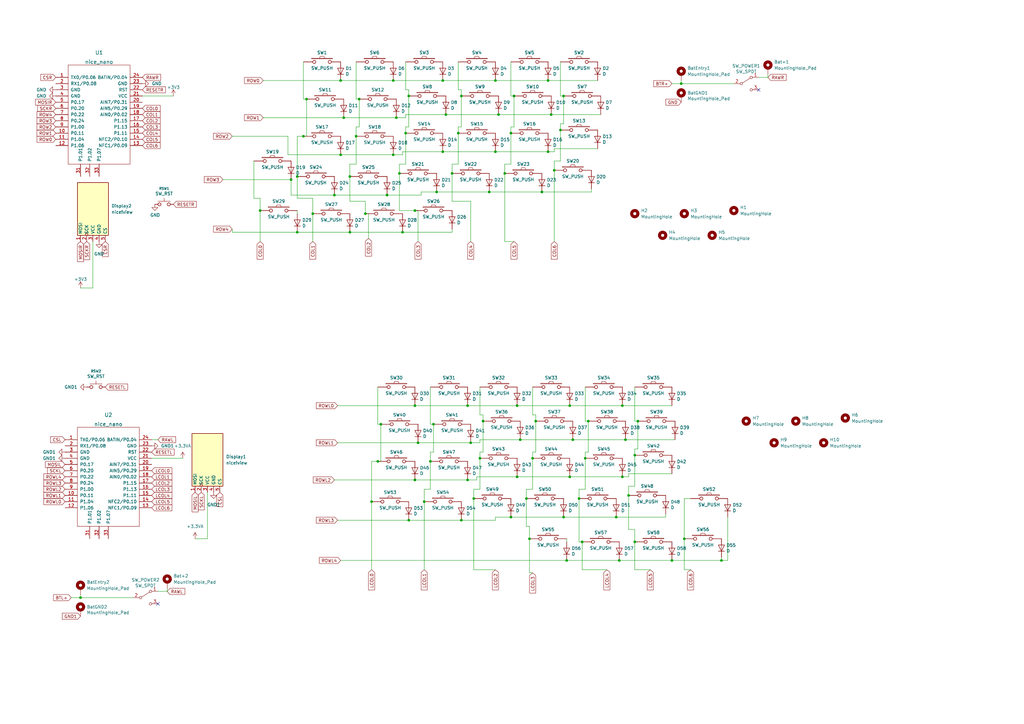
<source format=kicad_sch>
(kicad_sch (version 20211123) (generator eeschema)
  (paper "A3")
  (junction (at 161.29 63.5))
  (junction (at 255.27 166.37))
  (junction (at 170.18 166.37))
  (junction (at 232.41 229.87))
  (junction (at 128.27 87.63))
  (junction (at 163.83 71.12))
  (junction (at 198.12 172.72))
  (junction (at 124.46 55.88))
  (junction (at 173.99 205.74))
  (junction (at 119.38 73.66))
  (junction (at 217.17 220.98))
  (junction (at 233.68 166.37))
  (junction (at 252.73 212.09))
  (junction (at 161.29 33.02))
  (junction (at 143.51 72.39))
  (junction (at 146.05 55.88))
  (junction (at 167.64 213.36))
  (junction (at 240.03 187.96))
  (junction (at 162.56 48.26))
  (junction (at 200.66 78.74))
  (junction (at 224.79 33.02))
  (junction (at 233.68 195.58))
  (junction (at 166.37 54.61))
  (junction (at 260.35 186.69))
  (junction (at 165.1 95.25))
  (junction (at 106.68 86.36))
  (junction (at 176.53 189.23))
  (junction (at 167.64 39.37))
  (junction (at 295.91 229.87))
  (junction (at 213.36 180.34))
  (junction (at 147.32 40.64))
  (junction (at 137.16 80.01))
  (junction (at 181.61 33.02))
  (junction (at 158.75 80.01))
  (junction (at 275.59 229.87))
  (junction (at 257.81 203.2))
  (junction (at 279.4 34.29))
  (junction (at 209.55 54.61))
  (junction (at 193.04 181.61))
  (junction (at 237.49 204.47))
  (junction (at 143.51 95.25))
  (junction (at 182.88 46.99))
  (junction (at 121.92 95.25))
  (junction (at 256.54 180.34))
  (junction (at 212.09 166.37))
  (junction (at 261.62 172.72))
  (junction (at 254 229.87))
  (junction (at 229.87 53.34))
  (junction (at 227.33 69.85))
  (junction (at 187.96 54.61))
  (junction (at 189.23 213.36))
  (junction (at 177.8 173.99))
  (junction (at 210.82 39.37))
  (junction (at 280.67 220.98))
  (junction (at 234.95 180.34))
  (junction (at 222.25 78.74))
  (junction (at 139.7 63.5))
  (junction (at 140.97 48.26))
  (junction (at 171.45 181.61))
  (junction (at 149.86 87.63))
  (junction (at 219.71 172.72))
  (junction (at 154.94 189.23))
  (junction (at 241.3 172.72))
  (junction (at 260.35 222.25))
  (junction (at 203.2 62.23))
  (junction (at 33.02 245.11))
  (junction (at 209.55 212.09))
  (junction (at 152.4 205.74))
  (junction (at 226.06 46.99))
  (junction (at 212.09 195.58))
  (junction (at 204.47 46.99))
  (junction (at 231.14 39.37))
  (junction (at 207.01 71.12))
  (junction (at 238.76 222.25))
  (junction (at 191.77 196.85))
  (junction (at 156.21 173.99))
  (junction (at 121.92 72.39))
  (junction (at 189.23 39.37))
  (junction (at 194.31 204.47))
  (junction (at 255.27 195.58))
  (junction (at 170.18 86.36))
  (junction (at 125.73 40.64))
  (junction (at 179.07 78.74))
  (junction (at 191.77 166.37))
  (junction (at 196.85 187.96))
  (junction (at 185.42 71.12))
  (junction (at 215.9 204.47))
  (junction (at 203.2 33.02))
  (junction (at 218.44 187.96))
  (junction (at 231.14 212.09))
  (junction (at 139.7 33.02))
  (junction (at 170.18 196.85))
  (junction (at 224.79 62.23))
  (junction (at 181.61 62.23))
  (no_connect (at 64.77 247.65))
  (no_connect (at 311.15 36.83))
  (wire (pts (xy 234.95 180.34) (xy 256.54 180.34)))
  (wire (pts (xy 210.82 39.37) (xy 210.82 52.07)))
  (wire (pts (xy 64.77 180.34) (xy 62.23 180.34)))
  (wire (pts (xy 152.4 205.74) (xy 152.4 189.23)))
  (wire (pts (xy 146.05 25.4) (xy 146.05 40.64)))
  (wire (pts (xy 213.36 180.34) (xy 234.95 180.34)))
  (wire (pts (xy 314.96 31.75) (xy 314.96 30.48)))
  (wire (pts (xy 181.61 62.23) (xy 203.2 62.23)))
  (wire (pts (xy 166.37 54.61) (xy 166.37 67.31)))
  (wire (pts (xy 233.68 195.58) (xy 255.27 195.58)))
  (wire (pts (xy 187.96 67.31) (xy 185.42 67.31)))
  (wire (pts (xy 95.25 95.25) (xy 95.25 93.98)))
  (wire (pts (xy 227.33 66.04) (xy 227.33 69.85)))
  (wire (pts (xy 165.1 63.5) (xy 161.29 63.5)))
  (wire (pts (xy 121.92 95.25) (xy 143.51 95.25)))
  (wire (pts (xy 128.27 81.28) (xy 128.27 87.63)))
  (wire (pts (xy 166.37 46.99) (xy 166.37 48.26)))
  (wire (pts (xy 146.05 52.07) (xy 146.05 55.88)))
  (wire (pts (xy 212.09 166.37) (xy 233.68 166.37)))
  (wire (pts (xy 203.2 62.23) (xy 224.79 62.23)))
  (wire (pts (xy 275.59 194.31) (xy 257.81 194.31)))
  (wire (pts (xy 232.41 229.87) (xy 254 229.87)))
  (wire (pts (xy 260.35 233.68) (xy 266.7 233.68)))
  (wire (pts (xy 198.12 170.18) (xy 198.12 172.72)))
  (wire (pts (xy 187.96 25.4) (xy 187.96 36.83)))
  (wire (pts (xy 218.44 158.75) (xy 218.44 170.18)))
  (wire (pts (xy 229.87 39.37) (xy 231.14 39.37)))
  (wire (pts (xy 147.32 52.07) (xy 146.05 52.07)))
  (wire (pts (xy 179.07 78.74) (xy 200.66 78.74)))
  (wire (pts (xy 146.05 40.64) (xy 147.32 40.64)))
  (wire (pts (xy 138.43 166.37) (xy 170.18 166.37)))
  (wire (pts (xy 203.2 213.36) (xy 203.2 212.09)))
  (wire (pts (xy 232.41 220.98) (xy 232.41 222.25)))
  (wire (pts (xy 257.81 199.39) (xy 257.81 203.2)))
  (wire (pts (xy 275.59 34.29) (xy 279.4 34.29)))
  (wire (pts (xy 143.51 72.39) (xy 143.51 82.55)))
  (wire (pts (xy 138.43 181.61) (xy 171.45 181.61)))
  (wire (pts (xy 200.66 78.74) (xy 222.25 78.74)))
  (wire (pts (xy 219.71 172.72) (xy 219.71 185.42)))
  (wire (pts (xy 196.85 180.34) (xy 196.85 181.61)))
  (wire (pts (xy 238.76 233.68) (xy 248.92 233.68)))
  (wire (pts (xy 106.68 86.36) (xy 106.68 81.28)))
  (wire (pts (xy 149.86 82.55) (xy 149.86 87.63)))
  (wire (pts (xy 209.55 39.37) (xy 210.82 39.37)))
  (wire (pts (xy 121.92 81.28) (xy 128.27 81.28)))
  (wire (pts (xy 217.17 220.98) (xy 217.17 234.95)))
  (wire (pts (xy 196.85 185.42) (xy 196.85 187.96)))
  (wire (pts (xy 68.58 242.57) (xy 68.58 241.3)))
  (wire (pts (xy 295.91 229.87) (xy 298.45 229.87)))
  (wire (pts (xy 167.64 36.83) (xy 167.64 39.37)))
  (wire (pts (xy 227.33 60.96) (xy 227.33 62.23)))
  (wire (pts (xy 143.51 82.55) (xy 149.86 82.55)))
  (wire (pts (xy 173.99 200.66) (xy 173.99 205.74)))
  (wire (pts (xy 152.4 205.74) (xy 152.4 233.68)))
  (wire (pts (xy 207.01 71.12) (xy 207.01 99.06)))
  (wire (pts (xy 218.44 200.66) (xy 215.9 200.66)))
  (wire (pts (xy 185.42 67.31) (xy 185.42 71.12)))
  (wire (pts (xy 207.01 67.31) (xy 207.01 71.12)))
  (wire (pts (xy 218.44 187.96) (xy 218.44 200.66)))
  (wire (pts (xy 107.95 48.26) (xy 140.97 48.26)))
  (wire (pts (xy 95.25 55.88) (xy 118.11 55.88)))
  (wire (pts (xy 298.45 212.09) (xy 298.45 229.87)))
  (wire (pts (xy 187.96 36.83) (xy 189.23 36.83)))
  (wire (pts (xy 176.53 189.23) (xy 176.53 200.66)))
  (wire (pts (xy 143.51 67.31) (xy 146.05 67.31)))
  (wire (pts (xy 229.87 50.8) (xy 229.87 53.34)))
  (wire (pts (xy 121.92 86.36) (xy 121.92 87.63)))
  (wire (pts (xy 279.4 34.29) (xy 279.4 33.02)))
  (wire (pts (xy 156.21 173.99) (xy 156.21 189.23)))
  (wire (pts (xy 240.03 200.66) (xy 237.49 200.66)))
  (wire (pts (xy 194.31 200.66) (xy 194.31 204.47)))
  (wire (pts (xy 104.14 81.28) (xy 106.68 81.28)))
  (wire (pts (xy 128.27 87.63) (xy 128.27 99.06)))
  (wire (pts (xy 182.88 46.99) (xy 166.37 46.99)))
  (wire (pts (xy 260.35 199.39) (xy 257.81 199.39)))
  (wire (pts (xy 166.37 48.26) (xy 162.56 48.26)))
  (wire (pts (xy 245.11 60.96) (xy 227.33 60.96)))
  (wire (pts (xy 124.46 55.88) (xy 125.73 55.88)))
  (wire (pts (xy 204.47 46.99) (xy 226.06 46.99)))
  (wire (pts (xy 163.83 71.12) (xy 163.83 86.36)))
  (wire (pts (xy 280.67 233.68) (xy 283.21 233.68)))
  (wire (pts (xy 121.92 95.25) (xy 95.25 95.25)))
  (wire (pts (xy 124.46 40.64) (xy 125.73 40.64)))
  (wire (pts (xy 233.68 166.37) (xy 255.27 166.37)))
  (wire (pts (xy 170.18 196.85) (xy 191.77 196.85)))
  (wire (pts (xy 173.99 205.74) (xy 173.99 233.68)))
  (wire (pts (xy 166.37 52.07) (xy 166.37 54.61)))
  (wire (pts (xy 167.64 52.07) (xy 166.37 52.07)))
  (wire (pts (xy 260.35 222.25) (xy 260.35 233.68)))
  (wire (pts (xy 143.51 95.25) (xy 165.1 95.25)))
  (wire (pts (xy 165.1 95.25) (xy 185.42 95.25)))
  (wire (pts (xy 124.46 25.4) (xy 124.46 40.64)))
  (wire (pts (xy 227.33 62.23) (xy 224.79 62.23)))
  (wire (pts (xy 275.59 229.87) (xy 295.91 229.87)))
  (wire (pts (xy 195.58 195.58) (xy 195.58 196.85)))
  (wire (pts (xy 283.21 204.47) (xy 280.67 204.47)))
  (wire (pts (xy 260.35 158.75) (xy 260.35 172.72)))
  (wire (pts (xy 185.42 71.12) (xy 185.42 82.55)))
  (wire (pts (xy 255.27 166.37) (xy 275.59 166.37)))
  (wire (pts (xy 140.97 48.26) (xy 162.56 48.26)))
  (wire (pts (xy 227.33 69.85) (xy 227.33 99.06)))
  (wire (pts (xy 210.82 52.07) (xy 209.55 52.07)))
  (wire (pts (xy 121.92 55.88) (xy 124.46 55.88)))
  (wire (pts (xy 261.62 172.72) (xy 261.62 184.15)))
  (wire (pts (xy 146.05 55.88) (xy 146.05 67.31)))
  (wire (pts (xy 154.94 189.23) (xy 156.21 189.23)))
  (wire (pts (xy 280.67 220.98) (xy 281.94 220.98)))
  (wire (pts (xy 189.23 36.83) (xy 189.23 39.37)))
  (wire (pts (xy 62.23 187.96) (xy 74.93 187.96)))
  (wire (pts (xy 29.21 245.11) (xy 33.02 245.11)))
  (wire (pts (xy 196.85 158.75) (xy 196.85 170.18)))
  (wire (pts (xy 171.45 86.36) (xy 171.45 99.06)))
  (wire (pts (xy 229.87 53.34) (xy 229.87 66.04)))
  (wire (pts (xy 209.55 67.31) (xy 207.01 67.31)))
  (wire (pts (xy 187.96 54.61) (xy 187.96 67.31)))
  (wire (pts (xy 260.35 217.17) (xy 260.35 222.25)))
  (wire (pts (xy 118.11 63.5) (xy 139.7 63.5)))
  (wire (pts (xy 260.35 172.72) (xy 261.62 172.72)))
  (wire (pts (xy 311.15 31.75) (xy 314.96 31.75)))
  (wire (pts (xy 196.85 181.61) (xy 193.04 181.61)))
  (wire (pts (xy 139.7 63.5) (xy 161.29 63.5)))
  (wire (pts (xy 194.31 204.47) (xy 194.31 233.68)))
  (wire (pts (xy 195.58 196.85) (xy 191.77 196.85)))
  (wire (pts (xy 194.31 233.68) (xy 203.2 233.68)))
  (wire (pts (xy 273.05 212.09) (xy 273.05 210.82)))
  (wire (pts (xy 261.62 222.25) (xy 260.35 222.25)))
  (wire (pts (xy 151.13 87.63) (xy 149.86 87.63)))
  (wire (pts (xy 215.9 204.47) (xy 215.9 215.9)))
  (wire (pts (xy 154.94 158.75) (xy 154.94 173.99)))
  (wire (pts (xy 167.64 213.36) (xy 189.23 213.36)))
  (wire (pts (xy 182.88 46.99) (xy 204.47 46.99)))
  (wire (pts (xy 138.43 213.36) (xy 167.64 213.36)))
  (wire (pts (xy 151.13 97.79) (xy 151.13 87.63)))
  (wire (pts (xy 196.85 170.18) (xy 198.12 170.18)))
  (wire (pts (xy 213.36 180.34) (xy 196.85 180.34)))
  (wire (pts (xy 107.95 33.02) (xy 139.7 33.02)))
  (wire (pts (xy 280.67 204.47) (xy 280.67 220.98)))
  (wire (pts (xy 219.71 170.18) (xy 219.71 172.72)))
  (wire (pts (xy 261.62 184.15) (xy 260.35 184.15)))
  (wire (pts (xy 242.57 78.74) (xy 242.57 77.47)))
  (wire (pts (xy 237.49 200.66) (xy 237.49 204.47)))
  (wire (pts (xy 256.54 180.34) (xy 276.86 180.34)))
  (wire (pts (xy 170.18 86.36) (xy 171.45 86.36)))
  (wire (pts (xy 147.32 40.64) (xy 147.32 52.07)))
  (wire (pts (xy 121.92 72.39) (xy 121.92 81.28)))
  (wire (pts (xy 209.55 25.4) (xy 209.55 39.37)))
  (wire (pts (xy 226.06 46.99) (xy 246.38 46.99)))
  (wire (pts (xy 222.25 78.74) (xy 242.57 78.74)))
  (wire (pts (xy 279.4 34.29) (xy 300.99 34.29)))
  (wire (pts (xy 163.83 67.31) (xy 163.83 71.12)))
  (wire (pts (xy 189.23 39.37) (xy 189.23 52.07)))
  (wire (pts (xy 185.42 82.55) (xy 193.04 82.55)))
  (wire (pts (xy 104.14 66.04) (xy 104.14 81.28)))
  (wire (pts (xy 187.96 52.07) (xy 187.96 54.61)))
  (wire (pts (xy 58.42 39.37) (xy 71.12 39.37)))
  (wire (pts (xy 33.02 245.11) (xy 54.61 245.11)))
  (wire (pts (xy 237.49 222.25) (xy 238.76 222.25)))
  (wire (pts (xy 137.16 80.01) (xy 119.38 80.01)))
  (wire (pts (xy 207.01 99.06) (xy 210.82 99.06)))
  (wire (pts (xy 177.8 185.42) (xy 176.53 185.42)))
  (wire (pts (xy 172.72 80.01) (xy 172.72 78.74)))
  (wire (pts (xy 260.35 184.15) (xy 260.35 186.69)))
  (wire (pts (xy 240.03 172.72) (xy 241.3 172.72)))
  (wire (pts (xy 219.71 185.42) (xy 218.44 185.42)))
  (wire (pts (xy 106.68 86.36) (xy 106.68 99.06)))
  (wire (pts (xy 85.09 201.93) (xy 85.09 220.98)))
  (wire (pts (xy 173.99 200.66) (xy 176.53 200.66)))
  (wire (pts (xy 218.44 170.18) (xy 219.71 170.18)))
  (wire (pts (xy 137.16 80.01) (xy 158.75 80.01)))
  (wire (pts (xy 229.87 25.4) (xy 229.87 39.37)))
  (wire (pts (xy 218.44 185.42) (xy 218.44 187.96)))
  (wire (pts (xy 152.4 189.23) (xy 154.94 189.23)))
  (wire (pts (xy 158.75 80.01) (xy 172.72 80.01)))
  (wire (pts (xy 166.37 36.83) (xy 167.64 36.83)))
  (wire (pts (xy 172.72 78.74) (xy 179.07 78.74)))
  (wire (pts (xy 217.17 220.98) (xy 217.17 215.9)))
  (wire (pts (xy 257.81 195.58) (xy 255.27 195.58)))
  (wire (pts (xy 238.76 222.25) (xy 238.76 233.68)))
  (wire (pts (xy 193.04 82.55) (xy 193.04 99.06)))
  (wire (pts (xy 215.9 215.9) (xy 217.17 215.9)))
  (wire (pts (xy 118.11 55.88) (xy 118.11 63.5)))
  (wire (pts (xy 260.35 186.69) (xy 260.35 199.39)))
  (wire (pts (xy 231.14 50.8) (xy 229.87 50.8)))
  (wire (pts (xy 163.83 86.36) (xy 170.18 86.36)))
  (wire (pts (xy 191.77 166.37) (xy 212.09 166.37)))
  (wire (pts (xy 181.61 33.02) (xy 203.2 33.02)))
  (wire (pts (xy 125.73 40.64) (xy 125.73 55.88)))
  (wire (pts (xy 231.14 212.09) (xy 252.73 212.09)))
  (wire (pts (xy 121.92 72.39) (xy 121.92 55.88)))
  (wire (pts (xy 64.77 242.57) (xy 68.58 242.57)))
  (wire (pts (xy 203.2 33.02) (xy 224.79 33.02)))
  (wire (pts (xy 139.7 33.02) (xy 161.29 33.02)))
  (wire (pts (xy 189.23 52.07) (xy 187.96 52.07)))
  (wire (pts (xy 181.61 62.23) (xy 165.1 62.23)))
  (wire (pts (xy 209.55 52.07) (xy 209.55 54.61)))
  (wire (pts (xy 240.03 185.42) (xy 240.03 187.96)))
  (wire (pts (xy 38.1 118.11) (xy 33.02 118.11)))
  (wire (pts (xy 139.7 229.87) (xy 232.41 229.87)))
  (wire (pts (xy 154.94 173.99) (xy 156.21 173.99)))
  (wire (pts (xy 212.09 195.58) (xy 233.68 195.58)))
  (wire (pts (xy 198.12 185.42) (xy 196.85 185.42)))
  (wire (pts (xy 241.3 172.72) (xy 241.3 185.42)))
  (wire (pts (xy 38.1 99.06) (xy 38.1 118.11)))
  (wire (pts (xy 229.87 66.04) (xy 227.33 66.04)))
  (wire (pts (xy 280.67 220.98) (xy 280.67 233.68)))
  (wire (pts (xy 119.38 80.01) (xy 119.38 73.66)))
  (wire (pts (xy 295.91 229.87) (xy 295.91 228.6)))
  (wire (pts (xy 198.12 172.72) (xy 198.12 185.42)))
  (wire (pts (xy 166.37 25.4) (xy 166.37 36.83)))
  (wire (pts (xy 170.18 166.37) (xy 191.77 166.37)))
  (wire (pts (xy 166.37 67.31) (xy 163.83 67.31)))
  (wire (pts (xy 240.03 187.96) (xy 240.03 200.66)))
  (wire (pts (xy 176.53 173.99) (xy 177.8 173.99)))
  (wire (pts (xy 176.53 158.75) (xy 176.53 173.99)))
  (wire (pts (xy 176.53 185.42) (xy 176.53 189.23)))
  (wire (pts (xy 143.51 67.31) (xy 143.51 72.39)))
  (wire (pts (xy 85.09 220.98) (xy 80.01 220.98)))
  (wire (pts (xy 196.85 200.66) (xy 194.31 200.66)))
  (wire (pts (xy 254 229.87) (xy 275.59 229.87)))
  (wire (pts (xy 237.49 204.47) (xy 237.49 222.25)))
  (wire (pts (xy 33.02 245.11) (xy 33.02 243.84)))
  (wire (pts (xy 209.55 54.61) (xy 209.55 67.31)))
  (wire (pts (xy 252.73 212.09) (xy 273.05 212.09)))
  (wire (pts (xy 171.45 181.61) (xy 193.04 181.61)))
  (wire (pts (xy 189.23 213.36) (xy 203.2 213.36)))
  (wire (pts (xy 240.03 158.75) (xy 240.03 172.72)))
  (wire (pts (xy 185.42 95.25) (xy 185.42 93.98)))
  (wire (pts (xy 177.8 173.99) (xy 177.8 185.42)))
  (wire (pts (xy 217.17 234.95) (xy 218.44 234.95)))
  (wire (pts (xy 231.14 39.37) (xy 231.14 50.8)))
  (wire (pts (xy 212.09 195.58) (xy 195.58 195.58)))
  (wire (pts (xy 137.16 196.85) (xy 170.18 196.85)))
  (wire (pts (xy 257.81 194.31) (xy 257.81 195.58)))
  (wire (pts (xy 224.79 33.02) (xy 245.11 33.02)))
  (wire (pts (xy 167.64 39.37) (xy 167.64 52.07)))
  (wire (pts (xy 161.29 33.02) (xy 181.61 33.02)))
  (wire (pts (xy 119.38 73.66) (xy 91.44 73.66)))
  (wire (pts (xy 203.2 212.09) (xy 209.55 212.09)))
  (wire (pts (xy 241.3 185.42) (xy 240.03 185.42)))
  (wire (pts (xy 257.81 217.17) (xy 260.35 217.17)))
  (wire (pts (xy 257.81 203.2) (xy 257.81 217.17)))
  (wire (pts (xy 196.85 187.96) (xy 196.85 200.66)))
  (wire (pts (xy 209.55 212.09) (xy 231.14 212.09)))
  (wire (pts (xy 215.9 200.66) (xy 215.9 204.47)))
  (wire (pts (xy 165.1 62.23) (xy 165.1 63.5)))
  (global_label "ROW0" (shape input) (at 22.86 57.15 180) (property "Intersheet References" "${INTERSHEET_REFS}" (effects hide)))
  (global_label "LCOL5" (shape input) (at 266.7 233.68 270) (property "Intersheet References" "${INTERSHEET_REFS}" (effects hide)))
  (global_label "COL3" (shape input) (at 171.45 99.06 270) (property "Intersheet References" "${INTERSHEET_REFS}" (effects hide)))
  (global_label "ROWL0" (shape input) (at 138.43 166.37 180) (property "Intersheet References" "${INTERSHEET_REFS}" (effects hide)))
  (global_label "GND1" (shape input) (at 33.02 252.73 180) (property "Intersheet References" "${INTERSHEET_REFS}" (effects hide)))
  (global_label "SCKR" (shape input) (at 22.86 44.45 180) (property "Intersheet References" "${INTERSHEET_REFS}" (effects hide)))
  (global_label "ROW2" (shape input) (at 22.86 52.07 180) (property "Intersheet References" "${INTERSHEET_REFS}" (effects hide)))
  (global_label "ROWL4" (shape input) (at 139.7 229.87 180) (property "Intersheet References" "${INTERSHEET_REFS}" (effects hide)))
  (global_label "COL3" (shape input) (at 58.42 52.07 0) (property "Intersheet References" "${INTERSHEET_REFS}" (effects hide)))
  (global_label "SCKR" (shape input) (at 35.56 99.06 270) (property "Intersheet References" "${INTERSHEET_REFS}" (effects hide)))
  (global_label "RESETL" (shape input) (at 43.18 158.75 0) (property "Intersheet References" "${INTERSHEET_REFS}" (effects hide)))
  (global_label "LCOL1" (shape input) (at 173.99 233.68 270) (property "Intersheet References" "${INTERSHEET_REFS}" (effects hide)))
  (global_label "RAWR" (shape input) (at 314.96 31.75 0) (property "Intersheet References" "${INTERSHEET_REFS}" (effects hide)))
  (global_label "MOSIR" (shape input) (at 22.86 41.91 180) (property "Intersheet References" "${INTERSHEET_REFS}" (effects hide)))
  (global_label "RESETR" (shape input) (at 58.42 36.83 0) (property "Intersheet References" "${INTERSHEET_REFS}" (effects hide)))
  (global_label "LCOL0" (shape input) (at 152.4 233.68 270) (property "Intersheet References" "${INTERSHEET_REFS}" (effects hide)))
  (global_label "COL6" (shape input) (at 58.42 59.69 0) (property "Intersheet References" "${INTERSHEET_REFS}" (effects hide)))
  (global_label "LCOL4" (shape input) (at 62.23 203.2 0) (property "Intersheet References" "${INTERSHEET_REFS}" (effects hide)))
  (global_label "ROWL1" (shape input) (at 26.67 203.2 180) (property "Intersheet References" "${INTERSHEET_REFS}" (effects hide)))
  (global_label "COL6" (shape input) (at 227.33 99.06 270) (property "Intersheet References" "${INTERSHEET_REFS}" (effects hide)))
  (global_label "MOSIR" (shape input) (at 33.02 99.06 270) (property "Intersheet References" "${INTERSHEET_REFS}" (effects hide)))
  (global_label "RAWR" (shape input) (at 58.42 31.75 0) (property "Intersheet References" "${INTERSHEET_REFS}" (effects hide)))
  (global_label "LCOL4" (shape input) (at 248.92 233.68 270) (property "Intersheet References" "${INTERSHEET_REFS}" (effects hide)))
  (global_label "COL4" (shape input) (at 193.04 99.06 270) (property "Intersheet References" "${INTERSHEET_REFS}" (effects hide)))
  (global_label "RESETR" (shape input) (at 71.12 83.82 0) (property "Intersheet References" "${INTERSHEET_REFS}" (effects hide)))
  (global_label "ROWL2" (shape input) (at 137.16 196.85 180) (property "Intersheet References" "${INTERSHEET_REFS}" (effects hide)))
  (global_label "COL5" (shape input) (at 210.82 99.06 270) (property "Intersheet References" "${INTERSHEET_REFS}" (effects hide)))
  (global_label "ROWL3" (shape input) (at 138.43 213.36 180) (property "Intersheet References" "${INTERSHEET_REFS}" (effects hide)))
  (global_label "RAWL" (shape input) (at 68.58 242.57 0) (property "Intersheet References" "${INTERSHEET_REFS}" (effects hide)))
  (global_label "LCOL3" (shape input) (at 218.44 234.95 270) (property "Intersheet References" "${INTERSHEET_REFS}" (effects hide)))
  (global_label "ROWL4" (shape input) (at 26.67 195.58 180) (property "Intersheet References" "${INTERSHEET_REFS}" (effects hide)))
  (global_label "COL5" (shape input) (at 58.42 57.15 0) (property "Intersheet References" "${INTERSHEET_REFS}" (effects hide)))
  (global_label "LCOL6" (shape input) (at 62.23 208.28 0) (property "Intersheet References" "${INTERSHEET_REFS}" (effects hide)))
  (global_label "LCOL5" (shape input) (at 62.23 205.74 0) (property "Intersheet References" "${INTERSHEET_REFS}" (effects hide)))
  (global_label "COL1" (shape input) (at 128.27 99.06 270) (property "Intersheet References" "${INTERSHEET_REFS}" (effects hide)))
  (global_label "LCOL3" (shape input) (at 62.23 200.66 0) (property "Intersheet References" "${INTERSHEET_REFS}" (effects hide)))
  (global_label "CSR" (shape input) (at 22.86 31.75 180) (property "Intersheet References" "${INTERSHEET_REFS}" (effects hide)))
  (global_label "MOSIL" (shape input) (at 80.01 201.93 270) (property "Intersheet References" "${INTERSHEET_REFS}" (effects hide)))
  (global_label "LCOL2" (shape input) (at 203.2 233.68 270) (property "Intersheet References" "${INTERSHEET_REFS}" (effects hide)))
  (global_label "ROWL1" (shape input) (at 138.43 181.61 180) (property "Intersheet References" "${INTERSHEET_REFS}" (effects hide)))
  (global_label "COL2" (shape input) (at 151.13 97.79 270) (property "Intersheet References" "${INTERSHEET_REFS}" (effects hide)))
  (global_label "GND" (shape input) (at 279.4 41.91 180) (property "Intersheet References" "${INTERSHEET_REFS}" (effects hide)))
  (global_label "CSL" (shape input) (at 90.17 201.93 270) (property "Intersheet References" "${INTERSHEET_REFS}" (effects hide)))
  (global_label "LCOL2" (shape input) (at 62.23 198.12 0) (property "Intersheet References" "${INTERSHEET_REFS}" (effects hide)))
  (global_label "ROW3" (shape input) (at 91.44 73.66 180) (property "Intersheet References" "${INTERSHEET_REFS}" (effects hide)))
  (global_label "COL2" (shape input) (at 58.42 49.53 0) (property "Intersheet References" "${INTERSHEET_REFS}" (effects hide)))
  (global_label "ROW4" (shape input) (at 95.25 93.98 180) (property "Intersheet References" "${INTERSHEET_REFS}" (effects hide)))
  (global_label "ROWL2" (shape input) (at 26.67 200.66 180) (property "Intersheet References" "${INTERSHEET_REFS}" (effects hide)))
  (global_label "MOSIL" (shape input) (at 26.67 190.5 180) (property "Intersheet References" "${INTERSHEET_REFS}" (effects hide)))
  (global_label "RAWL" (shape input) (at 64.77 180.34 0) (property "Intersheet References" "${INTERSHEET_REFS}" (effects hide)))
  (global_label "LCOL1" (shape input) (at 62.23 195.58 0) (property "Intersheet References" "${INTERSHEET_REFS}" (effects hide)))
  (global_label "LCOL0" (shape input) (at 62.23 193.04 0) (property "Intersheet References" "${INTERSHEET_REFS}" (effects hide)))
  (global_label "COL1" (shape input) (at 58.42 46.99 0) (property "Intersheet References" "${INTERSHEET_REFS}" (effects hide)))
  (global_label "CSL" (shape input) (at 26.67 180.34 180) (property "Intersheet References" "${INTERSHEET_REFS}" (effects hide)))
  (global_label "ROW4" (shape input) (at 22.86 46.99 180) (property "Intersheet References" "${INTERSHEET_REFS}" (effects hide)))
  (global_label "ROW0" (shape input) (at 107.95 33.02 180) (property "Intersheet References" "${INTERSHEET_REFS}" (effects hide)))
  (global_label "SCKL" (shape input) (at 26.67 193.04 180) (property "Intersheet References" "${INTERSHEET_REFS}" (effects hide)))
  (global_label "COL4" (shape input) (at 58.42 54.61 0) (property "Intersheet References" "${INTERSHEET_REFS}" (effects hide)))
  (global_label "COL0" (shape input) (at 106.68 99.06 270) (property "Intersheet References" "${INTERSHEET_REFS}" (effects hide)))
  (global_label "SCKL" (shape input) (at 82.55 201.93 270) (property "Intersheet References" "${INTERSHEET_REFS}" (effects hide)))
  (global_label "ROW2" (shape input) (at 95.25 55.88 180) (property "Intersheet References" "${INTERSHEET_REFS}" (effects hide)))
  (global_label "ROW1" (shape input) (at 107.95 48.26 180) (property "Intersheet References" "${INTERSHEET_REFS}" (effects hide)))
  (global_label "ROWL3" (shape input) (at 26.67 198.12 180) (property "Intersheet References" "${INTERSHEET_REFS}" (effects hide)))
  (global_label "COL0" (shape input) (at 58.42 44.45 0) (property "Intersheet References" "${INTERSHEET_REFS}" (effects hide)))
  (global_label "LCOL6" (shape input) (at 283.21 233.68 270) (property "Intersheet References" "${INTERSHEET_REFS}" (effects hide)))
  (global_label "RESETL" (shape input) (at 62.23 185.42 0) (property "Intersheet References" "${INTERSHEET_REFS}" (effects hide)))
  (global_label "ROWL0" (shape input) (at 26.67 205.74 180) (property "Intersheet References" "${INTERSHEET_REFS}" (effects hide)))
  (global_label "BTL+" (shape input) (at 29.21 245.11 180) (property "Intersheet References" "${INTERSHEET_REFS}" (effects hide)))
  (global_label "CSR" (shape input) (at 43.18 99.06 270) (property "Intersheet References" "${INTERSHEET_REFS}" (effects hide)))
  (global_label "ROW3" (shape input) (at 22.86 49.53 180) (property "Intersheet References" "${INTERSHEET_REFS}" (effects hide)))
  (global_label "BTR+" (shape input) (at 275.59 34.29 180) (property "Intersheet References" "${INTERSHEET_REFS}" (effects hide)))
  (global_label "ROW1" (shape input) (at 22.86 54.61 180) (property "Intersheet References" "${INTERSHEET_REFS}" (effects hide)))
  (symbol (lib_id "power:GND1") (at 87.63 201.93 0) (unit 1)
    (property "Reference" "#PWR0110" (effects hide))
    (property "Value" "GND1" (at 87.63 207.01 0))
  )
  (symbol (lib_id "Lily58_Pro-rescue:D-Lily58-cache") (at 193.04 177.8 90) (unit 1)
    (property "Reference" "D41" (at 195.0466 176.6316 90) (effects (justify right)))
    (property "Value" "D" (at 195.0466 178.943 90) (effects (justify right)))
    (property "Footprint" "RunType58:Diode_TH_SOD123" (effects hide))
  )
  (symbol (lib_id "Mechanical:MountingHole_Pad") (at 33.02 250.19 0) (unit 1)
    (property "Reference" "BatGND2" (at 35.56 248.9454 0) (effects (justify left)))
    (property "Value" "MountingHole_Pad" (at 35.56 251.2568 0) (effects (justify left)))
    (property "Footprint" "nicenan0_v2:1pin_Battery" (effects hide))
  )
  (symbol (lib_id "Lily58_Pro-rescue:D-Lily58-cache") (at 139.7 59.69 90) (unit 1)
    (property "Reference" "D17" (at 141.7066 58.5216 90) (effects (justify right)))
    (property "Value" "D" (at 141.7066 60.833 90) (effects (justify right)))
    (property "Footprint" "RunType58:Diode_TH_SOD123" (effects hide))
  )
  (symbol (lib_id "Lily58_Pro-rescue:D-Lily58-cache") (at 273.05 207.01 90) (unit 1)
    (property "Reference" "D48" (at 275.0566 205.8416 90) (effects (justify right)))
    (property "Value" "D" (at 275.0566 208.153 90) (effects (justify right)))
    (property "Footprint" "RunType58:Diode_TH_SOD123" (effects hide))
  )
  (symbol (lib_id "power:GND") (at 58.42 34.29 90) (unit 1)
    (property "Reference" "#PWR0112" (effects hide))
    (property "Value" "GND" (at 62.23 34.2899 90) (effects (justify right)))
  )
  (symbol (lib_id "Lily58_Pro-rescue:D-Lily58-cache") (at 245.11 29.21 90) (unit 1)
    (property "Reference" "D2" (at 247.1166 28.0416 90) (effects (justify right)))
    (property "Value" "D" (at 247.1166 30.353 90) (effects (justify right)))
    (property "Footprint" "RunType58:Diode_TH_SOD123" (effects hide))
  )
  (symbol (lib_id "Lily58_Pro-rescue:D-Lily58-cache") (at 161.29 59.69 90) (unit 1)
    (property "Reference" "D18" (at 163.2966 58.5216 90) (effects (justify right)))
    (property "Value" "D" (at 163.2966 60.833 90) (effects (justify right)))
    (property "Footprint" "RunType58:Diode_TH_SOD123" (effects hide))
  )
  (symbol (lib_id "Lily58_Pro-rescue:D-Lily58-cache") (at 191.77 193.04 90) (unit 1)
    (property "Reference" "D47" (at 193.7766 191.8716 90) (effects (justify right)))
    (property "Value" "D" (at 193.7766 194.183 90) (effects (justify right)))
    (property "Footprint" "RunType58:Diode_TH_SOD123" (effects hide))
  )
  (symbol (lib_id "Lily58_Pro-rescue:D-Lily58-cache") (at 167.64 209.55 90) (unit 1)
    (property "Reference" "D53" (at 169.6466 208.3816 90) (effects (justify right)))
    (property "Value" "D" (at 169.6466 210.693 90) (effects (justify right)))
    (property "Footprint" "RunType58:Diode_TH_SOD123" (effects hide))
  )
  (symbol (lib_id "Lily58_Pro-rescue:D-Lily58-cache") (at 276.86 176.53 90) (unit 1)
    (property "Reference" "D39" (at 278.8666 175.3616 90) (effects (justify right)))
    (property "Value" "D" (at 278.8666 177.673 90) (effects (justify right)))
    (property "Footprint" "RunType58:Diode_TH_SOD123" (effects hide))
  )
  (symbol (lib_id "Lily58_Pro-rescue:SW_RST-Lily58-cache") (at 67.31 83.82 0) (unit 1)
    (property "Reference" "RSW1" (at 67.31 77.3176 0) (effects (font (size 1.016 1.016))))
    (property "Value" "SW_RST" (at 67.31 79.4258 0))
    (property "Footprint" "RunType58:TACT_SWITCH_TVBP06" (effects hide))
  )
  (symbol (lib_id "Lily58_Pro-rescue:SW_PUSH-Lily58-cache") (at 226.06 187.96 0) (unit 1)
    (property "Reference" "SW44" (at 226.06 184.15 0))
    (property "Value" "SW_PUSH" (at 226.06 190.5 0))
    (property "Footprint" "RunType58:CherryMX_KailhLowProfile_Hotswap" (effects hide))
  )
  (symbol (lib_id "Lily58_Pro-rescue:D-Lily58-cache") (at 203.2 29.21 90) (unit 1)
    (property "Reference" "D4" (at 205.2066 28.0416 90) (effects (justify right)))
    (property "Value" "D" (at 205.2066 30.353 90) (effects (justify right)))
    (property "Footprint" "RunType58:Diode_TH_SOD123" (effects hide))
  )
  (symbol (lib_id "Lily58_Pro-rescue:SW_RST-Lily58-cache") (at 39.37 158.75 0) (unit 1)
    (property "Reference" "RSW2" (at 39.37 152.2476 0) (effects (font (size 1.016 1.016))))
    (property "Value" "SW_RST" (at 39.37 154.3558 0))
    (property "Footprint" "RunType58:TACT_SWITCH_TVBP06" (effects hide))
  )
  (symbol (lib_id "Lily58_Pro-rescue:D-Lily58-cache") (at 203.2 58.42 90) (unit 1)
    (property "Reference" "D15" (at 205.2066 57.2516 90) (effects (justify right)))
    (property "Value" "D" (at 205.2066 59.563 90) (effects (justify right)))
    (property "Footprint" "RunType58:Diode_TH_SOD123" (effects hide))
  )
  (symbol (lib_id "Lily58_Pro-rescue:D-Lily58-cache") (at 200.66 74.93 90) (unit 1)
    (property "Reference" "D22" (at 202.6666 73.7616 90) (effects (justify right)))
    (property "Value" "D" (at 202.6666 76.073 90) (effects (justify right)))
    (property "Footprint" "RunType58:Diode_TH_SOD123" (effects hide))
  )
  (symbol (lib_id "Lily58_Pro-rescue:SW_PUSH-Lily58-cache") (at 214.63 71.12 0) (unit 1)
    (property "Reference" "SW23" (at 214.63 67.31 0))
    (property "Value" "SW_PUSH" (at 214.63 73.66 0))
    (property "Footprint" "RunType58:CherryMX_KailhLowProfile_Hotswap" (effects hide))
  )
  (symbol (lib_id "Switch:SW_SPDT") (at 306.07 34.29 0) (unit 1)
    (property "Reference" "SW_POWER1" (at 306.07 27.051 0))
    (property "Value" "SW_SPDT" (at 306.07 29.3624 0))
    (property "Footprint" "nicenano2:SPDT_C128955" (effects hide))
  )
  (symbol (lib_id "Lily58_Pro-rescue:SW_PUSH-Lily58-cache") (at 129.54 72.39 0) (unit 1)
    (property "Reference" "SW24" (at 129.54 68.58 0))
    (property "Value" "SW_PUSH" (at 129.54 74.93 0))
    (property "Footprint" "RunType58:CherryMX_KailhLowProfile_Hotswap" (effects hide))
  )
  (symbol (lib_id "Lily58_Pro-rescue:D-Lily58-cache") (at 212.09 191.77 90) (unit 1)
    (property "Reference" "D43" (at 214.0966 190.6016 90) (effects (justify right)))
    (property "Value" "D" (at 214.0966 192.913 90) (effects (justify right)))
    (property "Footprint" "RunType58:Diode_TH_SOD123" (effects hide))
  )
  (symbol (lib_id "Lily58_Pro-rescue:D-Lily58-cache") (at 233.68 162.56 90) (unit 1)
    (property "Reference" "D33" (at 235.6866 161.3916 90) (effects (justify right)))
    (property "Value" "D" (at 235.6866 163.703 90) (effects (justify right)))
    (property "Footprint" "RunType58:Diode_TH_SOD123" (effects hide))
  )
  (symbol (lib_id "Lily58_Pro-rescue:D-Lily58-cache") (at 170.18 162.56 90) (unit 1)
    (property "Reference" "D30" (at 172.1866 161.3916 90) (effects (justify right)))
    (property "Value" "D" (at 172.1866 163.703 90) (effects (justify right)))
    (property "Footprint" "RunType58:Diode_TH_SOD123" (effects hide))
  )
  (symbol (lib_id "Mechanical:MountingHole_Pad") (at 314.96 27.94 0) (unit 1)
    (property "Reference" "Bat+1" (at 317.5 25.3999 0) (effects (justify left)))
    (property "Value" "MountingHole_Pad" (at 317.5 27.9399 0) (effects (justify left)))
    (property "Footprint" "nicenan0_v2:1pin_Battery" (effects hide))
  )
  (symbol (lib_id "power:GND1") (at 26.67 187.96 270) (unit 1)
    (property "Reference" "#PWR0108" (effects hide))
    (property "Value" "GND1" (at 22.86 187.9599 90) (effects (justify right)))
  )
  (symbol (lib_id "Lily58_Pro-rescue:SW_PUSH-Lily58-cache") (at 224.79 220.98 0) (unit 1)
    (property "Reference" "SW55" (at 224.79 217.17 0))
    (property "Value" "SW_PUSH" (at 224.79 223.52 0))
    (property "Footprint" "RunType58:CherryMX_KailhLowProfile_Hotswap" (effects hide))
  )
  (symbol (lib_id "Mechanical:MountingHole") (at 306.07 172.72 0) (unit 1)
    (property "Reference" "H7" (at 308.61 171.4499 0) (effects (justify left)))
    (property "Value" "MountingHole" (at 308.61 173.9899 0) (effects (justify left)))
    (property "Footprint" "MountingHole:MountingHole_2.5mm_Pad" (effects hide))
  )
  (symbol (lib_id "Lily58_Pro-rescue:SW_PUSH-Lily58-cache") (at 237.49 53.34 0) (unit 1)
    (property "Reference" "SW13" (at 237.49 49.53 0))
    (property "Value" "SW_PUSH" (at 237.49 55.88 0))
    (property "Footprint" "RunType58:CherryMX_KailhLowProfile_Hotswap" (effects hide))
  )
  (symbol (lib_id "Lily58_Pro-rescue:SW_PUSH-Lily58-cache") (at 184.15 189.23 0) (unit 1)
    (property "Reference" "SW47" (at 184.15 185.42 0))
    (property "Value" "SW_PUSH" (at 184.15 191.77 0))
    (property "Footprint" "RunType58:CherryMX_KailhLowProfile_Hotswap" (effects hide))
  )
  (symbol (lib_id "Lily58_Pro-rescue:D-Lily58-cache") (at 119.38 69.85 90) (unit 1)
    (property "Reference" "D19" (at 121.3866 68.6816 90) (effects (justify right)))
    (property "Value" "D" (at 121.3866 70.993 90) (effects (justify right)))
    (property "Footprint" "RunType58:Diode_TH_SOD123" (effects hide))
  )
  (symbol (lib_id "Lily58_Pro-rescue:GND-Lily58-cache") (at 63.5 83.82 0) (unit 1)
    (property "Reference" "#PWR01" (effects hide))
    (property "Value" "GND" (at 63.627 88.2142 0))
  )
  (symbol (lib_id "Lily58_Pro-rescue:D-Lily58-cache") (at 232.41 226.06 90) (unit 1)
    (property "Reference" "D56" (at 234.4166 224.8916 90) (effects (justify right)))
    (property "Value" "D" (at 234.4166 227.203 90) (effects (justify right)))
    (property "Footprint" "RunType58:Diode_TH_SOD123" (effects hide))
  )
  (symbol (lib_id "Lily58_Pro-rescue:SW_PUSH-Lily58-cache") (at 265.43 203.2 0) (unit 1)
    (property "Reference" "SW48" (at 265.43 199.39 0))
    (property "Value" "SW_PUSH" (at 265.43 205.74 0))
    (property "Footprint" "RunType58:CherryMX_KailhLowProfile_Hotswap" (effects hide))
  )
  (symbol (lib_id "Lily58_Pro-rescue:SW_PUSH-Lily58-cache") (at 153.67 25.4 0) (unit 1)
    (property "Reference" "SW6" (at 153.67 21.59 0))
    (property "Value" "SW_PUSH" (at 153.67 27.94 0))
    (property "Footprint" "RunType58:CherryMX_KailhLowProfile_Hotswap" (effects hide))
  )
  (symbol (lib_id "power:+3.3V") (at 33.02 118.11 0) (unit 1)
    (property "Reference" "#PWR0104" (effects hide))
    (property "Value" "+3.3V" (at 33.02 114.5342 0))
  )
  (symbol (lib_id "Lily58_Pro-rescue:D-Lily58-cache") (at 161.29 29.21 90) (unit 1)
    (property "Reference" "D6" (at 163.2966 28.0416 90) (effects (justify right)))
    (property "Value" "D" (at 163.2966 30.353 90) (effects (justify right)))
    (property "Footprint" "RunType58:Diode_TH_SOD123" (effects hide))
  )
  (symbol (lib_id "Lily58_Pro-rescue:SW_PUSH-Lily58-cache") (at 247.65 158.75 0) (unit 1)
    (property "Reference" "SW34" (at 247.65 154.94 0))
    (property "Value" "SW_PUSH" (at 247.65 161.29 0))
    (property "Footprint" "RunType58:CherryMX_KailhLowProfile_Hotswap" (effects hide))
  )
  (symbol (lib_id "Lily58_Pro-rescue:SW_PUSH-Lily58-cache") (at 153.67 55.88 0) (unit 1)
    (property "Reference" "SW18" (at 153.67 52.07 0))
    (property "Value" "SW_PUSH" (at 153.67 58.42 0))
    (property "Footprint" "RunType58:CherryMX_KailhLowProfile_Hotswap" (effects hide))
  )
  (symbol (lib_id "Lily58_Pro-rescue:SW_PUSH-Lily58-cache") (at 288.29 220.98 0) (unit 1)
    (property "Reference" "SW56" (at 288.29 217.17 0))
    (property "Value" "SW_PUSH" (at 288.29 223.52 0))
    (property "Footprint" "RunType58:CherryMX_KailhLowProfile_Hotswap" (effects hide))
  )
  (symbol (lib_id "Lily58_Pro-rescue:D-Lily58-cache") (at 170.18 193.04 90) (unit 1)
    (property "Reference" "D46" (at 172.1866 191.8716 90) (effects (justify right)))
    (property "Value" "D" (at 172.1866 194.183 90) (effects (justify right)))
    (property "Footprint" "RunType58:Diode_TH_SOD123" (effects hide))
  )
  (symbol (lib_id "Lily58_Pro-rescue:SW_PUSH-Lily58-cache") (at 290.83 204.47 0) (unit 1)
    (property "Reference" "SW52" (at 290.83 200.66 0))
    (property "Value" "SW_PUSH" (at 290.83 207.01 0))
    (property "Footprint" "RunType58:CherryMX_KailhLowProfile_Hotswap" (effects hide))
  )
  (symbol (lib_id "Lily58_Pro-rescue:SW_PUSH-Lily58-cache") (at 135.89 87.63 0) (unit 1)
    (property "Reference" "SW27" (at 135.89 83.82 0))
    (property "Value" "SW_PUSH" (at 135.89 90.17 0))
    (property "Footprint" "RunType58:CherryMX_KailhLowProfile_Hotswap" (effects hide))
  )
  (symbol (lib_id "Lily58_Pro-rescue:D-Lily58-cache") (at 275.59 162.56 90) (unit 1)
    (property "Reference" "D35" (at 277.5966 161.3916 90) (effects (justify right)))
    (property "Value" "D" (at 277.5966 163.703 90) (effects (justify right)))
    (property "Footprint" "RunType58:Diode_TH_SOD123" (effects hide))
  )
  (symbol (lib_id "power:GND") (at 22.86 36.83 270) (unit 1)
    (property "Reference" "#PWR0109" (effects hide))
    (property "Value" "GND" (at 19.05 36.8299 90) (effects (justify right)))
  )
  (symbol (lib_id "Lily58_Pro-rescue:SW_PUSH-Lily58-cache") (at 201.93 204.47 0) (unit 1)
    (property "Reference" "SW49" (at 201.93 200.66 0))
    (property "Value" "SW_PUSH" (at 201.93 207.01 0))
    (property "Footprint" "RunType58:CherryMX_KailhLowProfile_Hotswap" (effects hide))
  )
  (symbol (lib_id "Lily58_Pro-rescue:D-Lily58-cache") (at 252.73 208.28 90) (unit 1)
    (property "Reference" "D51" (at 254.7366 207.1116 90) (effects (justify right)))
    (property "Value" "D" (at 254.7366 209.423 90) (effects (justify right)))
    (property "Footprint" "RunType58:Diode_TH_SOD123" (effects hide))
  )
  (symbol (lib_id "power:GND1") (at 35.56 158.75 270) (unit 1)
    (property "Reference" "#PWR0113" (effects hide))
    (property "Value" "GND1" (at 31.75 158.7499 90) (effects (justify right)))
  )
  (symbol (lib_id "Lily58_Pro-rescue:D-Lily58-cache") (at 209.55 208.28 90) (unit 1)
    (property "Reference" "D49" (at 211.5566 207.1116 90) (effects (justify right)))
    (property "Value" "D" (at 211.5566 209.423 90) (effects (justify right)))
    (property "Footprint" "RunType58:Diode_TH_SOD123" (effects hide))
  )
  (symbol (lib_id "Mechanical:MountingHole_Pad") (at 279.4 30.48 0) (unit 1)
    (property "Reference" "BatEntry1" (at 281.94 27.9399 0) (effects (justify left)))
    (property "Value" "MountingHole_Pad" (at 281.94 30.4799 0) (effects (justify left)))
    (property "Footprint" "nicenan0_v2:1pin_Battery" (effects hide))
  )
  (symbol (lib_id "Mechanical:MountingHole") (at 346.71 171.45 0) (unit 1)
    (property "Reference" "H6" (at 349.25 170.1799 0) (effects (justify left)))
    (property "Value" "MountingHole" (at 349.25 172.7199 0) (effects (justify left)))
    (property "Footprint" "MountingHole:MountingHole_2.5mm_Pad" (effects hide))
  )
  (symbol (lib_id "Lily58_Pro-rescue:SW_PUSH-Lily58-cache") (at 157.48 87.63 0) (unit 1)
    (property "Reference" "SW28" (at 157.48 83.82 0))
    (property "Value" "SW_PUSH" (at 157.48 90.17 0))
    (property "Footprint" "RunType58:CherryMX_KailhLowProfile_Hotswap" (effects hide))
  )
  (symbol (lib_id "Switch:SW_SPDT") (at 59.69 245.11 0) (unit 1)
    (property "Reference" "SW_POWER2" (at 59.69 237.871 0))
    (property "Value" "SW_SPDT" (at 59.69 240.1824 0))
    (property "Footprint" "nicenano2:SPDT_C128955" (effects hide))
  )
  (symbol (lib_id "Lily58_Pro-rescue:D-Lily58-cache") (at 275.59 190.5 90) (unit 1)
    (property "Reference" "D42" (at 277.5966 189.3316 90) (effects (justify right)))
    (property "Value" "D" (at 277.5966 191.643 90) (effects (justify right)))
    (property "Footprint" "RunType58:Diode_TH_SOD123" (effects hide))
  )
  (symbol (lib_id "power:GND") (at 22.86 39.37 270) (unit 1)
    (property "Reference" "#PWR0107" (effects hide))
    (property "Value" "GND" (at 19.05 39.3699 90) (effects (justify right)))
  )
  (symbol (lib_id "Mechanical:MountingHole") (at 300.99 86.36 0) (unit 1)
    (property "Reference" "H1" (at 303.53 85.0899 0) (effects (justify left)))
    (property "Value" "MountingHole" (at 303.53 87.6299 0) (effects (justify left)))
    (property "Footprint" "MountingHole:MountingHole_2.5mm_Pad" (effects hide))
  )
  (symbol (lib_id "Lily58_Pro-rescue:D-Lily58-cache") (at 181.61 58.42 90) (unit 1)
    (property "Reference" "D14" (at 183.6166 57.2516 90) (effects (justify right)))
    (property "Value" "D" (at 183.6166 59.563 90) (effects (justify right)))
    (property "Footprint" "RunType58:Diode_TH_SOD123" (effects hide))
  )
  (symbol (lib_id "Lily58_Pro-rescue:SW_PUSH-Lily58-cache") (at 238.76 39.37 0) (unit 1)
    (property "Reference" "SW7" (at 238.76 35.56 0))
    (property "Value" "SW_PUSH" (at 238.76 41.91 0))
    (property "Footprint" "RunType58:CherryMX_KailhLowProfile_Hotswap" (effects hide))
  )
  (symbol (lib_id "Lily58_Pro-rescue:SW_PUSH-Lily58-cache") (at 196.85 39.37 0) (unit 1)
    (property "Reference" "SW9" (at 196.85 35.56 0))
    (property "Value" "SW_PUSH" (at 196.85 41.91 0))
    (property "Footprint" "RunType58:CherryMX_KailhLowProfile_Hotswap" (effects hide))
  )
  (symbol (lib_id "Lily58_Pro-rescue:SW_PUSH-Lily58-cache") (at 245.11 204.47 0) (unit 1)
    (property "Reference" "SW51" (at 245.11 200.66 0))
    (property "Value" "SW_PUSH" (at 245.11 207.01 0))
    (property "Footprint" "RunType58:CherryMX_KailhLowProfile_Hotswap" (effects hide))
  )
  (symbol (lib_id "Lily58_Pro-rescue:SW_PUSH-Lily58-cache") (at 267.97 222.25 0) (unit 1)
    (property "Reference" "SW58" (at 267.97 218.44 0))
    (property "Value" "SW_PUSH" (at 267.97 224.79 0))
    (property "Footprint" "RunType58:CherryMX_KailhLowProfile_Hotswap" (effects hide))
  )
  (symbol (lib_id "Lily58_Pro-rescue:D-Lily58-cache") (at 275.59 226.06 90) (unit 1)
    (property "Reference" "D58" (at 277.5966 224.8916 90) (effects (justify right)))
    (property "Value" "D" (at 277.5966 227.203 90) (effects (justify right)))
    (property "Footprint" "RunType58:Diode_TH_SOD123" (effects hide))
  )
  (symbol (lib_id "power:GND") (at 40.64 99.06 0) (unit 1)
    (property "Reference" "#PWR0103" (effects hide))
    (property "Value" "GND" (at 40.64 104.14 0))
  )
  (symbol (lib_id "Lily58_Pro-rescue:SW_PUSH-Lily58-cache") (at 175.26 39.37 0) (unit 1)
    (property "Reference" "SW8" (at 175.26 35.56 0))
    (property "Value" "SW_PUSH" (at 175.26 41.91 0))
    (property "Footprint" "RunType58:CherryMX_KailhLowProfile_Hotswap" (effects hide))
  )
  (symbol (lib_id "Lily58_Pro-rescue:D-Lily58-cache") (at 254 226.06 90) (unit 1)
    (property "Reference" "D57" (at 256.0066 224.8916 90) (effects (justify right)))
    (property "Value" "D" (at 256.0066 227.203 90) (effects (justify right)))
    (property "Footprint" "RunType58:Diode_TH_SOD123" (effects hide))
  )
  (symbol (lib_id "Lily58_Pro-rescue:SW_PUSH-Lily58-cache") (at 195.58 54.61 0) (unit 1)
    (property "Reference" "SW15" (at 195.58 50.8 0))
    (property "Value" "SW_PUSH" (at 195.58 57.15 0))
    (property "Footprint" "RunType58:CherryMX_KailhLowProfile_Hotswap" (effects hide))
  )
  (symbol (lib_id "Lily58_Pro-rescue:SW_PUSH-Lily58-cache") (at 217.17 54.61 0) (unit 1)
    (property "Reference" "SW16" (at 217.17 50.8 0))
    (property "Value" "SW_PUSH" (at 217.17 57.15 0))
    (property "Footprint" "RunType58:CherryMX_KailhLowProfile_Hotswap" (effects hide))
  )
  (symbol (lib_id "Lily58_Pro-rescue:SW_PUSH-Lily58-cache") (at 223.52 204.47 0) (unit 1)
    (property "Reference" "SW50" (at 223.52 200.66 0))
    (property "Value" "SW_PUSH" (at 223.52 207.01 0))
    (property "Footprint" "RunType58:CherryMX_KailhLowProfile_Hotswap" (effects hide))
  )
  (symbol (lib_id "Lily58_Pro-rescue:SW_PUSH-Lily58-cache") (at 114.3 86.36 0) (unit 1)
    (property "Reference" "SW29" (at 114.3 82.55 0))
    (property "Value" "SW_PUSH" (at 114.3 88.9 0))
    (property "Footprint" "RunType58:CherryMX_KailhLowProfile_Hotswap" (effects hide))
  )
  (symbol (lib_id "Lily58_Pro-rescue:D-Lily58-cache") (at 179.07 74.93 90) (unit 1)
    (property "Reference" "D21" (at 181.0766 73.7616 90) (effects (justify right)))
    (property "Value" "D" (at 181.0766 76.073 90) (effects (justify right)))
    (property "Footprint" "RunType58:Diode_TH_SOD123" (effects hide))
  )
  (symbol (lib_id "Lily58_Pro-rescue:SW_PUSH-Lily58-cache") (at 185.42 173.99 0) (unit 1)
    (property "Reference" "SW41" (at 185.42 170.18 0))
    (property "Value" "SW_PUSH" (at 185.42 176.53 0))
    (property "Footprint" "RunType58:CherryMX_KailhLowProfile_Hotswap" (effects hide))
  )
  (symbol (lib_id "Lily58_Pro-rescue:SW_PUSH-Lily58-cache") (at 173.99 25.4 0) (unit 1)
    (property "Reference" "SW3" (at 173.99 21.59 0))
    (property "Value" "SW_PUSH" (at 173.99 27.94 0))
    (property "Footprint" "RunType58:CherryMX_KailhLowProfile_Hotswap" (effects hide))
  )
  (symbol (lib_id "nicenano:nice_nano") (at 44.45 194.31 0) (unit 1)
    (property "Reference" "U2" (at 44.45 170.18 0) (effects (font (size 1.524 1.524))))
    (property "Value" "nice_nano" (at 44.45 173.99 0) (effects (font (size 1.524 1.524))))
    (property "Footprint" "nice-nano-kicad-master:nice_nano" (effects hide))
  )
  (symbol (lib_id "Lily58_Pro-rescue:SW_PUSH-Lily58-cache") (at 160.02 205.74 0) (unit 1)
    (property "Reference" "SW53" (at 160.02 201.93 0))
    (property "Value" "SW_PUSH" (at 160.02 208.28 0))
    (property "Footprint" "RunType58:CherryMX_KailhLowProfile_Hotswap" (effects hide))
  )
  (symbol (lib_id "Lily58_Pro-rescue:SW_PUSH-Lily58-cache") (at 181.61 205.74 0) (unit 1)
    (property "Reference" "SW54" (at 181.61 201.93 0))
    (property "Value" "SW_PUSH" (at 181.61 208.28 0))
    (property "Footprint" "RunType58:CherryMX_KailhLowProfile_Hotswap" (effects hide))
  )
  (symbol (lib_id "Lily58_Pro-rescue:SW_PUSH-Lily58-cache") (at 151.13 72.39 0) (unit 1)
    (property "Reference" "SW25" (at 151.13 68.58 0))
    (property "Value" "SW_PUSH" (at 151.13 74.93 0))
    (property "Footprint" "RunType58:CherryMX_KailhLowProfile_Hotswap" (effects hide))
  )
  (symbol (lib_id "Lily58_Pro-rescue:SW_PUSH-Lily58-cache") (at 267.97 186.69 0) (unit 1)
    (property "Reference" "SW42" (at 267.97 182.88 0))
    (property "Value" "SW_PUSH" (at 267.97 189.23 0))
    (property "Footprint" "RunType58:CherryMX_KailhLowProfile_Hotswap" (effects hide))
  )
  (symbol (lib_id "Lily58_Pro-rescue:D-Lily58-cache") (at 212.09 162.56 90) (unit 1)
    (property "Reference" "D32" (at 214.0966 161.3916 90) (effects (justify right)))
    (property "Value" "D" (at 214.0966 163.703 90) (effects (justify right)))
    (property "Footprint" "RunType58:Diode_TH_SOD123" (effects hide))
  )
  (symbol (lib_id "Mechanical:MountingHole") (at 292.1 96.52 0) (unit 1)
    (property "Reference" "H5" (at 294.64 95.2499 0) (effects (justify left)))
    (property "Value" "MountingHole" (at 294.64 97.7899 0) (effects (justify left)))
    (property "Footprint" "MountingHole:MountingHole_2.5mm_Pad" (effects hide))
  )
  (symbol (lib_id "Lily58_Pro-rescue:SW_PUSH-Lily58-cache") (at 133.35 40.64 0) (unit 1)
    (property "Reference" "SW11" (at 133.35 36.83 0))
    (property "Value" "SW_PUSH" (at 133.35 43.18 0))
    (property "Footprint" "RunType58:CherryMX_KailhLowProfile_Hotswap" (effects hide))
  )
  (symbol (lib_id "Mechanical:MountingHole") (at 337.82 181.61 0) (unit 1)
    (property "Reference" "H10" (at 340.36 180.3399 0) (effects (justify left)))
    (property "Value" "MountingHole" (at 340.36 182.8799 0) (effects (justify left)))
    (property "Footprint" "MountingHole:MountingHole_2.5mm_Pad" (effects hide))
  )
  (symbol (lib_id "Mechanical:MountingHole") (at 271.78 96.52 0) (unit 1)
    (property "Reference" "H4" (at 274.32 95.2499 0) (effects (justify left)))
    (property "Value" "MountingHole" (at 274.32 97.7899 0) (effects (justify left)))
    (property "Footprint" "MountingHole:MountingHole_2.5mm_Pad" (effects hide))
  )
  (symbol (lib_id "Lily58_Pro-rescue:SW_PUSH-Lily58-cache") (at 193.04 71.12 0) (unit 1)
    (property "Reference" "SW22" (at 193.04 67.31 0))
    (property "Value" "SW_PUSH" (at 193.04 73.66 0))
    (property "Footprint" "RunType58:CherryMX_KailhLowProfile_Hotswap" (effects hide))
  )
  (symbol (lib_id "Lily58_Pro-rescue:SW_PUSH-Lily58-cache") (at 227.33 172.72 0) (unit 1)
    (property "Reference" "SW37" (at 227.33 168.91 0))
    (property "Value" "SW_PUSH" (at 227.33 175.26 0))
    (property "Footprint" "RunType58:CherryMX_KailhLowProfile_Hotswap" (effects hide))
  )
  (symbol (lib_id "Lily58_Pro-rescue:SW_PUSH-Lily58-cache") (at 234.95 69.85 0) (unit 1)
    (property "Reference" "SW20" (at 234.95 66.04 0))
    (property "Value" "SW_PUSH" (at 234.95 72.39 0))
    (property "Footprint" "RunType58:CherryMX_KailhLowProfile_Hotswap" (effects hide))
  )
  (symbol (lib_id "Lily58_Pro-rescue:SW_PUSH-Lily58-cache") (at 248.92 172.72 0) (unit 1)
    (property "Reference" "SW38" (at 248.92 168.91 0))
    (property "Value" "SW_PUSH" (at 248.92 175.26 0))
    (property "Footprint" "RunType58:CherryMX_KailhLowProfile_Hotswap" (effects hide))
  )
  (symbol (lib_id "Lily58_Pro-rescue:D-Lily58-cache") (at 140.97 44.45 90) (unit 1)
    (property "Reference" "D11" (at 142.9766 43.2816 90) (effects (justify right)))
    (property "Value" "D" (at 142.9766 45.593 90) (effects (justify right)))
    (property "Footprint" "RunType58:Diode_TH_SOD123" (effects hide))
  )
  (symbol (lib_id "Lily58_Pro-rescue:SW_PUSH-Lily58-cache") (at 162.56 158.75 0) (unit 1)
    (property "Reference" "SW30" (at 162.56 154.94 0))
    (property "Value" "SW_PUSH" (at 162.56 161.29 0))
    (property "Footprint" "RunType58:CherryMX_KailhLowProfile_Hotswap" (effects hide))
  )
  (symbol (lib_id "Lily58_Pro-rescue:SW_PUSH-Lily58-cache") (at 204.47 158.75 0) (unit 1)
    (property "Reference" "SW32" (at 204.47 154.94 0))
    (property "Value" "SW_PUSH" (at 204.47 161.29 0))
    (property "Footprint" "RunType58:CherryMX_KailhLowProfile_Hotswap" (effects hide))
  )
  (symbol (lib_id "Lily58_Pro-rescue:D-Lily58-cache") (at 255.27 162.56 90) (unit 1)
    (property "Reference" "D34" (at 257.2766 161.3916 90) (effects (justify right)))
    (property "Value" "D" (at 257.2766 163.703 90) (effects (justify right)))
    (property "Footprint" "RunType58:Diode_TH_SOD123" (effects hide))
  )
  (symbol (lib_id "Lily58_Pro-rescue:D-Lily58-cache") (at 189.23 209.55 90) (unit 1)
    (property "Reference" "D54" (at 191.2366 208.3816 90) (effects (justify right)))
    (property "Value" "D" (at 191.2366 210.693 90) (effects (justify right)))
    (property "Footprint" "RunType58:Diode_TH_SOD123" (effects hide))
  )
  (symbol (lib_id "Lily58_Pro-rescue:SW_PUSH-Lily58-cache") (at 163.83 173.99 0) (unit 1)
    (property "Reference" "SW40" (at 163.83 170.18 0))
    (property "Value" "SW_PUSH" (at 163.83 176.53 0))
    (property "Footprint" "RunType58:CherryMX_KailhLowProfile_Hotswap" (effects hide))
  )
  (symbol (lib_id "Lily58_Pro-rescue:SW_PUSH-Lily58-cache") (at 184.15 158.75 0) (unit 1)
    (property "Reference" "SW31" (at 184.15 154.94 0))
    (property "Value" "SW_PUSH" (at 184.15 161.29 0))
    (property "Footprint" "RunType58:CherryMX_KailhLowProfile_Hotswap" (effects hide))
  )
  (symbol (lib_id "Lily58_Pro-rescue:D-Lily58-cache") (at 181.61 29.21 90) (unit 1)
    (property "Reference" "D3" (at 183.6166 28.0416 90) (effects (justify right)))
    (property "Value" "D" (at 183.6166 30.353 90) (effects (justify right)))
    (property "Footprint" "RunType58:Diode_TH_SOD123" (effects hide))
  )
  (symbol (lib_id "nice!view:nice!view") (at 38.1 86.36 0) (unit 1)
    (property "Reference" "Display2" (at 45.72 84.4549 0) (effects (justify left)))
    (property "Value" "nice!view" (at 45.72 86.9949 0) (effects (justify left)))
    (property "Footprint" "nicenan0_v2:nice_view" (effects hide))
    (property "Datasheet" "https://nicekeyboards.com/docs/nice-view/pinout-schematic" (effects hide))
  )
  (symbol (lib_id "Lily58_Pro-rescue:SW_PUSH-Lily58-cache") (at 132.08 25.4 0) (unit 1)
    (property "Reference" "SW1" (at 132.08 21.59 0))
    (property "Value" "SW_PUSH" (at 132.08 27.94 0))
    (property "Footprint" "RunType58:CherryMX_KailhLowProfile_Hotswap" (effects hide))
  )
  (symbol (lib_id "Lily58_Pro-rescue:SW_PUSH-Lily58-cache") (at 111.76 66.04 0) (unit 1)
    (property "Reference" "SW19" (at 111.76 62.23 0))
    (property "Value" "SW_PUSH" (at 111.76 68.58 0))
    (property "Footprint" "RunType58:CherryMX_KailhLowProfile_Hotswap" (effects hide))
  )
  (symbol (lib_id "Lily58_Pro-rescue:SW_PUSH-Lily58-cache") (at 226.06 158.75 0) (unit 1)
    (property "Reference" "SW33" (at 226.06 154.94 0))
    (property "Value" "SW_PUSH" (at 226.06 161.29 0))
    (property "Footprint" "RunType58:CherryMX_KailhLowProfile_Hotswap" (effects hide))
  )
  (symbol (lib_id "Lily58_Pro-rescue:SW_PUSH-Lily58-cache") (at 171.45 71.12 0) (unit 1)
    (property "Reference" "SW21" (at 171.45 67.31 0))
    (property "Value" "SW_PUSH" (at 171.45 73.66 0))
    (property "Footprint" "RunType58:CherryMX_KailhLowProfile_Hotswap" (effects hide))
  )
  (symbol (lib_id "Lily58_Pro-rescue:SW_PUSH-Lily58-cache") (at 177.8 86.36 0) (unit 1)
    (property "Reference" "SW26" (at 177.8 82.55 0))
    (property "Value" "SW_PUSH" (at 177.8 88.9 0))
    (property "Footprint" "RunType58:CherryMX_KailhLowProfile_Hotswap" (effects hide))
  )
  (symbol (lib_id "Lily58_Pro-rescue:D-Lily58-cache") (at 222.25 74.93 90) (unit 1)
    (property "Reference" "D23" (at 224.2566 73.7616 90) (effects (justify right)))
    (property "Value" "D" (at 224.2566 76.073 90) (effects (justify right)))
    (property "Footprint" "RunType58:Diode_TH_SOD123" (effects hide))
  )
  (symbol (lib_id "Lily58_Pro-rescue:SW_PUSH-Lily58-cache") (at 195.58 25.4 0) (unit 1)
    (property "Reference" "SW4" (at 195.58 21.59 0))
    (property "Value" "SW_PUSH" (at 195.58 27.94 0))
    (property "Footprint" "RunType58:CherryMX_KailhLowProfile_Hotswap" (effects hide))
  )
  (symbol (lib_id "Lily58_Pro-rescue:SW_PUSH-Lily58-cache") (at 132.08 55.88 0) (unit 1)
    (property "Reference" "SW17" (at 132.08 52.07 0))
    (property "Value" "SW_PUSH" (at 132.08 58.42 0))
    (property "Footprint" "RunType58:CherryMX_KailhLowProfile_Hotswap" (effects hide))
  )
  (symbol (lib_id "power:GND1") (at 62.23 182.88 90) (unit 1)
    (property "Reference" "#PWR0111" (effects hide))
    (property "Value" "GND1" (at 66.04 182.8799 90) (effects (justify right)))
  )
  (symbol (lib_id "Mechanical:MountingHole_Pad") (at 68.58 238.76 0) (unit 1)
    (property "Reference" "Bat+2" (at 71.12 236.2199 0) (effects (justify left)))
    (property "Value" "MountingHole_Pad" (at 71.12 238.7599 0) (effects (justify left)))
    (property "Footprint" "nicenan0_v2:1pin_Battery" (effects hide))
  )
  (symbol (lib_id "Lily58_Pro-rescue:SW_PUSH-Lily58-cache") (at 237.49 25.4 0) (unit 1)
    (property "Reference" "SW2" (at 237.49 21.59 0))
    (property "Value" "SW_PUSH" (at 237.49 27.94 0))
    (property "Footprint" "RunType58:CherryMX_KailhLowProfile_Hotswap" (effects hide))
  )
  (symbol (lib_id "Lily58_Pro-rescue:D-Lily58-cache") (at 139.7 29.21 90) (unit 1)
    (property "Reference" "D1" (at 141.7066 28.0416 90) (effects (justify right)))
    (property "Value" "D" (at 141.7066 30.353 90) (effects (justify right)))
    (property "Footprint" "RunType58:Diode_TH_SOD123" (effects hide))
  )
  (symbol (lib_id "Mechanical:MountingHole") (at 280.67 87.63 0) (unit 1)
    (property "Reference" "H3" (at 283.21 86.3599 0) (effects (justify left)))
    (property "Value" "MountingHole" (at 283.21 88.8999 0) (effects (justify left)))
    (property "Footprint" "MountingHole:MountingHole_2.5mm_Pad" (effects hide))
  )
  (symbol (lib_id "Mechanical:MountingHole_Pad") (at 33.02 241.3 0) (unit 1)
    (property "Reference" "BatEntry2" (at 35.56 238.7599 0) (effects (justify left)))
    (property "Value" "MountingHole_Pad" (at 35.56 241.2999 0) (effects (justify left)))
    (property "Footprint" "nicenan0_v2:1pin_Battery" (effects hide))
  )
  (symbol (lib_id "Lily58_Pro-rescue:SW_PUSH-Lily58-cache") (at 267.97 158.75 0) (unit 1)
    (property "Reference" "SW35" (at 267.97 154.94 0))
    (property "Value" "SW_PUSH" (at 267.97 161.29 0))
    (property "Footprint" "RunType58:CherryMX_KailhLowProfile_Hotswap" (effects hide))
  )
  (symbol (lib_id "Lily58_Pro-rescue:D-Lily58-cache") (at 185.42 90.17 90) (unit 1)
    (property "Reference" "D26" (at 187.4266 89.0016 90) (effects (justify right)))
    (property "Value" "D" (at 187.4266 91.313 90) (effects (justify right)))
    (property "Footprint" "RunType58:Diode_TH_SOD123" (effects hide))
  )
  (symbol (lib_id "Lily58_Pro-rescue:D-Lily58-cache") (at 165.1 91.44 90) (unit 1)
    (property "Reference" "D28" (at 167.1066 90.2716 90) (effects (justify right)))
    (property "Value" "D" (at 167.1066 92.583 90) (effects (justify right)))
    (property "Footprint" "RunType58:Diode_TH_SOD123" (effects hide))
  )
  (symbol (lib_id "Lily58_Pro-rescue:D-Lily58-cache") (at 256.54 176.53 90) (unit 1)
    (property "Reference" "D38" (at 258.5466 175.3616 90) (effects (justify right)))
    (property "Value" "D" (at 258.5466 177.673 90) (effects (justify right)))
    (property "Footprint" "RunType58:Diode_TH_SOD123" (effects hide))
  )
  (symbol (lib_id "Lily58_Pro-rescue:D-Lily58-cache") (at 234.95 176.53 90) (unit 1)
    (property "Reference" "D37" (at 236.9566 175.3616 90) (effects (justify right)))
    (property "Value" "D" (at 236.9566 177.673 90) (effects (justify right)))
    (property "Footprint" "RunType58:Diode_TH_SOD123" (effects hide))
  )
  (symbol (lib_id "Lily58_Pro-rescue:D-Lily58-cache") (at 204.47 43.18 90) (unit 1)
    (property "Reference" "D9" (at 206.4766 42.0116 90) (effects (justify right)))
    (property "Value" "D" (at 206.4766 44.323 90) (effects (justify right)))
    (property "Footprint" "RunType58:Diode_TH_SOD123" (effects hide))
  )
  (symbol (lib_id "Mechanical:MountingHole") (at 317.5 181.61 0) (unit 1)
    (property "Reference" "H9" (at 320.04 180.3399 0) (effects (justify left)))
    (property "Value" "MountingHole" (at 320.04 182.8799 0) (effects (justify left)))
    (property "Footprint" "MountingHole:MountingHole_2.5mm_Pad" (effects hide))
  )
  (symbol (lib_id "power:+3.3V") (at 71.12 39.37 0) (unit 1)
    (property "Reference" "#PWR0105" (effects hide))
    (property "Value" "+3.3V" (at 71.12 35.7942 0))
  )
  (symbol (lib_id "Lily58_Pro-rescue:D-Lily58-cache") (at 191.77 162.56 90) (unit 1)
    (property "Reference" "D31" (at 193.7766 161.3916 90) (effects (justify right)))
    (property "Value" "D" (at 193.7766 163.703 90) (effects (justify right)))
    (property "Footprint" "RunType58:Diode_TH_SOD123" (effects hide))
  )
  (symbol (lib_id "Lily58_Pro-rescue:D-Lily58-cache") (at 233.68 191.77 90) (unit 1)
    (property "Reference" "D44" (at 235.6866 190.6016 90) (effects (justify right)))
    (property "Value" "D" (at 235.6866 192.913 90) (effects (justify right)))
    (property "Footprint" "RunType58:Diode_TH_SOD123" (effects hide))
  )
  (symbol (lib_id "Lily58_Pro-rescue:D-Lily58-cache") (at 224.79 58.42 90) (unit 1)
    (property "Reference" "D16" (at 226.7966 57.2516 90) (effects (justify right)))
    (property "Value" "D" (at 226.7966 59.563 90) (effects (justify right)))
    (property "Footprint" "RunType58:Diode_TH_SOD123" (effects hide))
  )
  (symbol (lib_id "Lily58_Pro-rescue:SW_PUSH-Lily58-cache") (at 246.38 222.25 0) (unit 1)
    (property "Reference" "SW57" (at 246.38 218.44 0))
    (property "Value" "SW_PUSH" (at 246.38 224.79 0))
    (property "Footprint" "RunType58:CherryMX_KailhLowProfile_Hotswap" (effects hide))
  )
  (symbol (lib_id "nicenano:nice_nano") (at 40.64 45.72 0) (unit 1)
    (property "Reference" "U1" (at 40.64 21.59 0) (effects (font (size 1.524 1.524))))
    (property "Value" "nice_nano" (at 40.64 25.4 0) (effects (font (size 1.524 1.524))))
    (property "Footprint" "nice-nano-kicad-master:nice_nano" (effects hide))
  )
  (symbol (lib_id "Lily58_Pro-rescue:SW_PUSH-Lily58-cache") (at 269.24 172.72 0) (unit 1)
    (property "Reference" "SW39" (at 269.24 168.91 0))
    (property "Value" "SW_PUSH" (at 269.24 175.26 0))
    (property "Footprint" "RunType58:CherryMX_KailhLowProfile_Hotswap" (effects hide))
  )
  (symbol (lib_id "Lily58_Pro-rescue:SW_PUSH-Lily58-cache") (at 204.47 187.96 0) (unit 1)
    (property "Reference" "SW43" (at 204.47 184.15 0))
    (property "Value" "SW_PUSH" (at 204.47 190.5 0))
    (property "Footprint" "RunType58:CherryMX_KailhLowProfile_Hotswap" (effects hide))
  )
  (symbol (lib_id "power:+3.3VA") (at 80.01 220.98 0) (unit 1)
    (property "Reference" "#PWR0102" (effects hide))
    (property "Value" "+3.3VA" (at 80.01 215.9 0))
  )
  (symbol (lib_id "Lily58_Pro-rescue:SW_PUSH-Lily58-cache") (at 218.44 39.37 0) (unit 1)
    (property "Reference" "SW10" (at 218.44 35.56 0))
    (property "Value" "SW_PUSH" (at 218.44 41.91 0))
    (property "Footprint" "RunType58:CherryMX_KailhLowProfile_Hotswap" (effects hide))
  )
  (symbol (lib_id "Lily58_Pro-rescue:SW_PUSH-Lily58-cache") (at 247.65 187.96 0) (unit 1)
    (property "Reference" "SW45" (at 247.65 184.15 0))
    (property "Value" "SW_PUSH" (at 247.65 190.5 0))
    (property "Footprint" "RunType58:CherryMX_KailhLowProfile_Hotswap" (effects hide))
  )
  (symbol (lib_id "power:+3.3VA") (at 74.93 187.96 0) (unit 1)
    (property "Reference" "#PWR0101" (effects hide))
    (property "Value" "+3.3VA" (at 74.93 182.88 0))
  )
  (symbol (lib_id "nice!view:nice!view") (at 85.09 189.23 0) (unit 1)
    (property "Reference" "Display1" (at 92.71 187.3249 0) (effects (justify left)))
    (property "Value" "nice!view" (at 92.71 189.8649 0) (effects (justify left)))
    (property "Footprint" "nicenan0_v2:nice_view" (effects hide))
    (property "Datasheet" "https://nicekeyboards.com/docs/nice-view/pinout-schematic" (effects hide))
  )
  (symbol (lib_id "Lily58_Pro-rescue:D-Lily58-cache") (at 171.45 177.8 90) (unit 1)
    (property "Reference" "D40" (at 173.4566 176.6316 90) (effects (justify right)))
    (property "Value" "D" (at 173.4566 178.943 90) (effects (justify right)))
    (property "Footprint" "RunType58:Diode_TH_SOD123" (effects hide))
  )
  (symbol (lib_id "Lily58_Pro-rescue:D-Lily58-cache") (at 245.11 57.15 90) (unit 1)
    (property "Reference" "D13" (at 247.1166 55.9816 90) (effects (justify right)))
    (property "Value" "D" (at 247.1166 58.293 90) (effects (justify right)))
    (property "Footprint" "RunType58:Diode_TH_SOD123" (effects hide))
  )
  (symbol (lib_id "Lily58_Pro-rescue:D-Lily58-cache") (at 246.38 43.18 90) (unit 1)
    (property "Reference" "D7" (at 248.3866 42.0116 90) (effects (justify right)))
    (property "Value" "D" (at 248.3866 44.323 90) (effects (justify right)))
    (property "Footprint" "RunType58:Diode_TH_SOD123" (effects hide))
  )
  (symbol (lib_id "Lily58_Pro-rescue:SW_PUSH-Lily58-cache") (at 154.94 40.64 0) (unit 1)
    (property "Reference" "SW12" (at 154.94 36.83 0))
    (property "Value" "SW_PUSH" (at 154.94 43.18 0))
    (property "Footprint" "RunType58:CherryMX_KailhLowProfile_Hotswap" (effects hide))
  )
  (symbol (lib_id "Lily58_Pro-rescue:D-Lily58-cache") (at 255.27 191.77 90) (unit 1)
    (property "Reference" "D45" (at 257.2766 190.6016 90) (effects (justify right)))
    (property "Value" "D" (at 257.2766 192.913 90) (effects (justify right)))
    (property "Footprint" "RunType58:Diode_TH_SOD123" (effects hide))
  )
  (symbol (lib_id "Mechanical:MountingHole_Pad") (at 279.4 39.37 0) (unit 1)
    (property "Reference" "BatGND1" (at 281.94 38.1254 0) (effects (justify left)))
    (property "Value" "MountingHole_Pad" (at 281.94 40.4368 0) (effects (justify left)))
    (property "Footprint" "nicenan0_v2:1pin_Battery" (effects hide))
  )
  (symbol (lib_id "Lily58_Pro-rescue:D-Lily58-cache") (at 143.51 91.44 90) (unit 1)
    (property "Reference" "D27" (at 145.5166 90.2716 90) (effects (justify right)))
    (property "Value" "D" (at 145.5166 92.583 90) (effects (justify right)))
    (property "Footprint" "RunType58:Diode_TH_SOD123" (effects hide))
  )
  (symbol (lib_id "Lily58_Pro-rescue:SW_PUSH-Lily58-cache") (at 173.99 54.61 0) (unit 1)
    (property "Reference" "SW14" (at 173.99 50.8 0))
    (property "Value" "SW_PUSH" (at 173.99 57.15 0))
    (property "Footprint" "RunType58:CherryMX_KailhLowProfile_Hotswap" (effects hide))
  )
  (symbol (lib_id "Lily58_Pro-rescue:D-Lily58-cache") (at 182.88 43.18 90) (unit 1)
    (property "Reference" "D8" (at 184.8866 42.0116 90) (effects (justify right)))
    (property "Value" "D" (at 184.8866 44.323 90) (effects (justify right)))
    (property "Footprint" "RunType58:Diode_TH_SOD123" (effects hide))
  )
  (symbol (lib_id "Lily58_Pro-rescue:D-Lily58-cache") (at 242.57 73.66 90) (unit 1)
    (property "Reference" "D20" (at 244.5766 72.4916 90) (effects (justify right)))
    (property "Value" "D" (at 244.5766 74.803 90) (effects (justify right)))
    (property "Footprint" "RunType58:Diode_TH_SOD123" (effects hide))
  )
  (symbol (lib_id "Lily58_Pro-rescue:D-Lily58-cache") (at 137.16 76.2 90) (unit 1)
    (property "Reference" "D24" (at 139.1666 75.0316 90) (effects (justify right)))
    (property "Value" "D" (at 139.1666 77.343 90) (effects (justify right)))
    (property "Footprint" "RunType58:Diode_TH_SOD123" (effects hide))
  )
  (symbol (lib_id "Lily58_Pro-rescue:SW_PUSH-Lily58-cache") (at 205.74 172.72 0) (unit 1)
    (property "Reference" "SW36" (at 205.74 168.91 0))
    (property "Value" "SW_PUSH" (at 205.74 175.26 0))
    (property "Footprint" "RunType58:CherryMX_KailhLowProfile_Hotswap" (effects hide))
  )
  (symbol (lib_id "Lily58_Pro-rescue:D-Lily58-cache") (at 298.45 208.28 90) (unit 1)
    (property "Reference" "D52" (at 300.4566 207.1116 90) (effects (justify right)))
    (property "Value" "D" (at 300.4566 209.423 90) (effects (justify right)))
    (property "Footprint" "RunType58:Diode_TH_SOD123" (effects hide))
  )
  (symbol (lib_id "power:GND1") (at 26.67 185.42 270) (unit 1)
    (property "Reference" "#PWR0106" (effects hide))
    (property "Value" "GND1" (at 22.86 185.4199 90) (effects (justify right)))
  )
  (symbol (lib_id "Mechanical:MountingHole") (at 260.35 87.63 0) (unit 1)
    (property "Reference" "H2" (at 262.89 86.3599 0) (effects (justify left)))
    (property "Value" "MountingHole" (at 262.89 88.8999 0) (effects (justify left)))
    (property "Footprint" "MountingHole:MountingHole_2.5mm_Pad" (effects hide))
  )
  (symbol (lib_id "Lily58_Pro-rescue:D-Lily58-cache") (at 213.36 176.53 90) (unit 1)
    (property "Reference" "D36" (at 215.3666 175.3616 90) (effects (justify right)))
    (property "Value" "D" (at 215.3666 177.673 90) (effects (justify right)))
    (property "Footprint" "RunType58:Diode_TH_SOD123" (effects hide))
  )
  (symbol (lib_id "Lily58_Pro-rescue:D-Lily58-cache") (at 121.92 91.44 90) (unit 1)
    (property "Reference" "D29" (at 123.9266 90.2716 90) (effects (justify right)))
    (property "Value" "D" (at 123.9266 92.583 90) (effects (justify right)))
    (property "Footprint" "RunType58:Diode_TH_SOD123" (effects hide))
  )
  (symbol (lib_id "Lily58_Pro-rescue:D-Lily58-cache") (at 226.06 43.18 90) (unit 1)
    (property "Reference" "D10" (at 228.0666 42.0116 90) (effects (justify right)))
    (property "Value" "D" (at 228.0666 44.323 90) (effects (justify right)))
    (property "Footprint" "RunType58:Diode_TH_SOD123" (effects hide))
  )
  (symbol (lib_id "Lily58_Pro-rescue:D-Lily58-cache") (at 162.56 44.45 90) (unit 1)
    (property "Reference" "D12" (at 164.5666 43.2816 90) (effects (justify right)))
    (property "Value" "D" (at 164.5666 45.593 90) (effects (justify right)))
    (property "Footprint" "RunType58:Diode_TH_SOD123" (effects hide))
  )
  (symbol (lib_id "Lily58_Pro-rescue:D-Lily58-cache") (at 158.75 76.2 90) (unit 1)
    (property "Reference" "D25" (at 160.7566 75.0316 90) (effects (justify right)))
    (property "Value" "D" (at 160.7566 77.343 90) (effects (justify right)))
    (property "Footprint" "RunType58:Diode_TH_SOD123" (effects hide))
  )
  (symbol (lib_id "Mechanical:MountingHole") (at 326.39 172.72 0) (unit 1)
    (property "Reference" "H8" (at 328.93 171.4499 0) (effects (justify left)))
    (property "Value" "MountingHole" (at 328.93 173.9899 0) (effects (justify left)))
    (property "Footprint" "MountingHole:MountingHole_2.5mm_Pad" (effects hide))
  )
  (symbol (lib_id "Lily58_Pro-rescue:D-Lily58-cache") (at 231.14 208.28 90) (unit 1)
    (property "Reference" "D50" (at 233.1466 207.1116 90) (effects (justify right)))
    (property "Value" "D" (at 233.1466 209.423 90) (effects (justify right)))
    (property "Footprint" "RunType58:Diode_TH_SOD123" (effects hide))
  )
  (symbol (lib_id "Lily58_Pro-rescue:SW_PUSH-Lily58-cache") (at 162.56 189.23 0) (unit 1)
    (property "Reference" "SW46" (at 162.56 185.42 0))
    (property "Value" "SW_PUSH" (at 162.56 191.77 0))
    (property "Footprint" "RunType58:CherryMX_KailhLowProfile_Hotswap" (effects hide))
  )
  (symbol (lib_id "Lily58_Pro-rescue:D-Lily58-cache") (at 295.91 224.79 90) (unit 1)
    (property "Reference" "D55" (at 297.9166 223.6216 90) (effects (justify right)))
    (property "Value" "D" (at 297.9166 225.933 90) (effects (justify right)))
    (property "Footprint" "RunType58:Diode_TH_SOD123" (effects hide))
  )
  (symbol (lib_id "Lily58_Pro-rescue:D-Lily58-cache") (at 224.79 29.21 90) (unit 1)
    (property "Reference" "D5" (at 226.7966 28.0416 90) (effects (justify right)))
    (property "Value" "D" (at 226.7966 30.353 90) (effects (justify right)))
    (property "Footprint" "RunType58:Diode_TH_SOD123" (effects hide))
  )
  (symbol (lib_id "Lily58_Pro-rescue:SW_PUSH-Lily58-cache") (at 217.17 25.4 0) (unit 1)
    (property "Reference" "SW5" (at 217.17 21.59 0))
    (property "Value" "SW_PUSH" (at 217.17 27.94 0))
    (property "Footprint" "RunType58:CherryMX_KailhLowProfile_Hotswap" (effects hide))
  )
)
</source>
